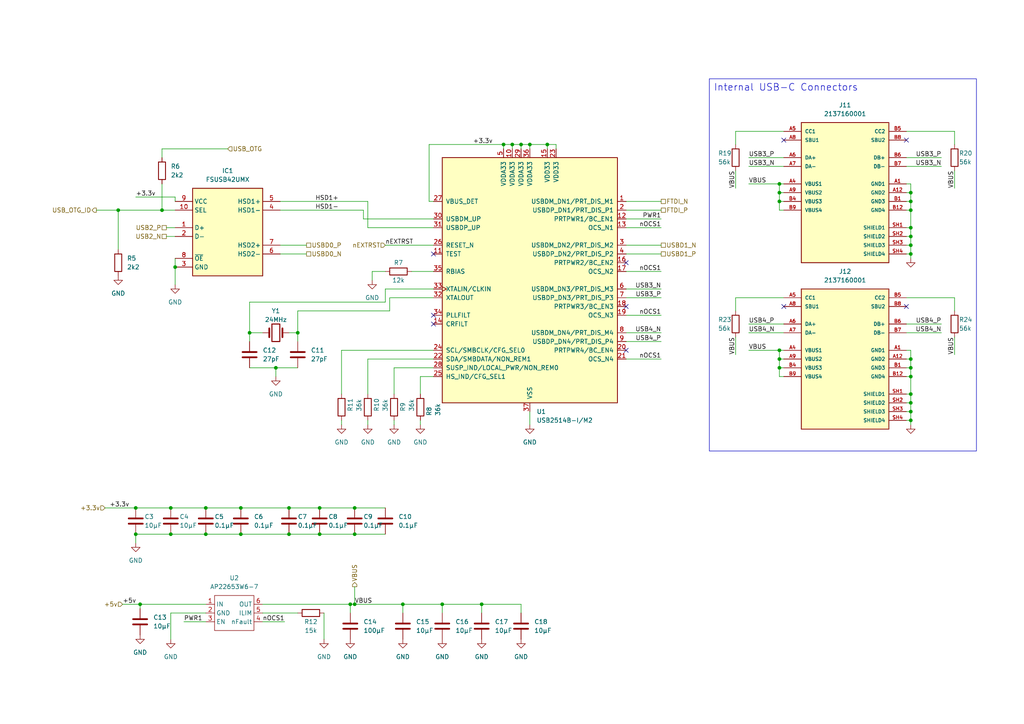
<source format=kicad_sch>
(kicad_sch (version 20230121) (generator eeschema)
  (paper "A4")
  (title_block (title "VERTECS CCB - USB Hub Implementation") (date "2024-09-11") (rev "1.4") (company "Kyushu Institute of Technology") (comment 1 "See CM4 IO board datasheet for reference") (comment 2 "USB C reference: https://hackaday.com/2023/08/07/all-about-usb-c-example-circuits/"))
  (lib_symbols
    (symbol "2137160001_1" (pin_names (offset 1.016))
      (property "Reference" "J" (at -12.7 20.9042 0))
      (property "Value" "2137160001" (at -12.7 -22.86 0))
      (symbol "2137160001_1_0_0"
        (rectangle (start -12.7 20.32) (end 12.7 -20.32) (stroke (width 0.254)) (fill (type background)))
        (pin power_in line (at 17.78 2.54 180) (length 5.08) (name "GND1") (number "A1"))
        (pin power_in line (at 17.78 0 180) (length 5.08) (name "GND2") (number "A12"))
        (pin power_in line (at -17.78 2.54 0) (length 5.08) (name "VBUS1") (number "A4"))
        (pin bidirectional line (at -17.78 17.78 0) (length 5.08) (name "CC1") (number "A5"))
        (pin bidirectional line (at -17.78 10.16 0) (length 5.08) (name "DA+") (number "A6"))
        (pin bidirectional line (at -17.78 7.62 0) (length 5.08) (name "DA-") (number "A7"))
        (pin bidirectional line (at -17.78 15.24 0) (length 5.08) (name "SBU1") (number "A8"))
        (pin power_in line (at -17.78 0 0) (length 5.08) (name "VBUS2") (number "A9"))
        (pin power_in line (at 17.78 -2.54 180) (length 5.08) (name "GND3") (number "B1"))
        (pin power_in line (at 17.78 -5.08 180) (length 5.08) (name "GND4") (number "B12"))
        (pin power_in line (at -17.78 -2.54 0) (length 5.08) (name "VBUS3") (number "B4"))
        (pin bidirectional line (at 17.78 17.78 180) (length 5.08) (name "CC2") (number "B5"))
        (pin bidirectional line (at 17.78 10.16 180) (length 5.08) (name "DB+") (number "B6"))
        (pin bidirectional line (at 17.78 7.62 180) (length 5.08) (name "DB-") (number "B7"))
        (pin bidirectional line (at 17.78 15.24 180) (length 5.08) (name "SBU2") (number "B8"))
        (pin power_in line (at -17.78 -5.08 0) (length 5.08) (name "VBUS4") (number "B9"))
        (pin passive line (at 17.78 -10.16 180) (length 5.08) (name "SHIELD1") (number "SH1"))
        (pin passive line (at 17.78 -12.7 180) (length 5.08) (name "SHIELD2") (number "SH2"))
        (pin passive line (at 17.78 -15.24 180) (length 5.08) (name "SHIELD3") (number "SH3"))
        (pin passive line (at 17.78 -17.78 180) (length 5.08) (name "SHIELD4") (number "SH4"))
      )
    )
    (symbol "Device:C" (pin_numbers hide) (pin_names (offset 0.254))
      (property "Reference" "C" (at 0.635 2.54 0))
      (property "Value" "C" (at 0.635 -2.54 0))
      (symbol "C_0_1"
        (polyline (pts (xy -2.032 -0.762) (xy 2.032 -0.762)) (stroke (width 0.508)))
        (polyline (pts (xy -2.032 0.762) (xy 2.032 0.762)) (stroke (width 0.508)))
      )
      (symbol "C_1_1"
        (pin passive line (at 0 3.81 270) (length 2.794) (name "~") (number "1"))
        (pin passive line (at 0 -3.81 90) (length 2.794) (name "~") (number "2"))
      )
    )
    (symbol "Device:Crystal" (pin_numbers hide) (pin_names (offset 1.016) hide)
      (property "Reference" "Y" (at 0 3.81 0))
      (property "Value" "Crystal" (at 0 -3.81 0))
      (symbol "Crystal_0_1"
        (rectangle (start -1.143 2.54) (end 1.143 -2.54) (stroke (width 0.3048)))
        (polyline (pts (xy -2.54 0) (xy -1.905 0)))
        (polyline (pts (xy -1.905 -1.27) (xy -1.905 1.27)) (stroke (width 0.508)))
        (polyline (pts (xy 1.905 -1.27) (xy 1.905 1.27)) (stroke (width 0.508)))
        (polyline (pts (xy 2.54 0) (xy 1.905 0)))
      )
      (symbol "Crystal_1_1"
        (pin passive line (at -3.81 0 0) (length 1.27) (name "1") (number "1"))
        (pin passive line (at 3.81 0 180) (length 1.27) (name "2") (number "2"))
      )
    )
    (symbol "Device:R" (pin_numbers hide) (pin_names (offset 0))
      (property "Reference" "R" (at 2.032 0 90))
      (property "Value" "R" (at 0 0 90))
      (symbol "R_0_1"
        (rectangle (start -1.016 -2.54) (end 1.016 2.54) (stroke (width 0.254)))
      )
      (symbol "R_1_1"
        (pin passive line (at 0 3.81 270) (length 1.27) (name "~") (number "1"))
        (pin passive line (at 0 -3.81 90) (length 1.27) (name "~") (number "2"))
      )
    )
    (symbol "Interface_USB:USB2514B_Bi" (pin_names (offset 1.016))
      (property "Reference" "U" (at -17.78 40.64 0))
      (property "Value" "USB2514B_Bi" (at -20.32 38.1 0))
      (symbol "USB2514B_Bi_0_1"
        (rectangle (start -25.4 35.56) (end 25.4 -35.56) (stroke (width 0.254)) (fill (type background)))
      )
      (symbol "USB2514B_Bi_1_1"
        (pin bidirectional line (at 27.94 22.86 180) (length 2.54) (name "USBDM_DN1/PRT_DIS_M1") (number "1"))
        (pin power_in line (at -5.08 38.1 270) (length 2.54) (name "VDDA33") (number "10"))
        (pin input line (at -27.94 7.62 0) (length 2.54) (name "TEST") (number "11"))
        (pin bidirectional line (at 27.94 17.78 180) (length 2.54) (name "PRTPWR1/BC_EN1") (number "12"))
        (pin input line (at 27.94 15.24 180) (length 2.54) (name "OCS_N1") (number "13"))
        (pin input line (at -27.94 -12.7 0) (length 2.54) (name "CRFILT") (number "14"))
        (pin power_in line (at 5.08 38.1 270) (length 2.54) (name "VDD33") (number "15"))
        (pin bidirectional line (at 27.94 5.08 180) (length 2.54) (name "PRTPWR2/BC_EN2") (number "16"))
        (pin input line (at 27.94 2.54 180) (length 2.54) (name "OCS_N2") (number "17"))
        (pin bidirectional line (at 27.94 -7.62 180) (length 2.54) (name "PRTPWR3/BC_EN3") (number "18"))
        (pin input line (at 27.94 -10.16 180) (length 2.54) (name "OCS_N3") (number "19"))
        (pin bidirectional line (at 27.94 20.32 180) (length 2.54) (name "USBDP_DN1/PRT_DIS_P1") (number "2"))
        (pin bidirectional line (at 27.94 -20.32 180) (length 2.54) (name "PRTPWR4/BC_EN4") (number "20"))
        (pin input line (at 27.94 -22.86 180) (length 2.54) (name "OCS_N4") (number "21"))
        (pin bidirectional line (at -27.94 -22.86 0) (length 2.54) (name "SDA/SMBDATA/NON_REM1") (number "22"))
        (pin power_in line (at 7.62 38.1 270) (length 2.54) (name "VDD33") (number "23"))
        (pin bidirectional line (at -27.94 -20.32 0) (length 2.54) (name "SCL/SMBCLK/CFG_SEL0") (number "24"))
        (pin bidirectional line (at -27.94 -27.94 0) (length 2.54) (name "HS_IND/CFG_SEL1") (number "25"))
        (pin input line (at -27.94 10.16 0) (length 2.54) (name "RESET_N") (number "26"))
        (pin input line (at -27.94 22.86 0) (length 2.54) (name "VBUS_DET") (number "27"))
        (pin bidirectional line (at -27.94 -25.4 0) (length 2.54) (name "SUSP_IND/LOCAL_PWR/NON_REM0") (number "28"))
        (pin power_in line (at -2.54 38.1 270) (length 2.54) (name "VDDA33") (number "29"))
        (pin bidirectional line (at 27.94 10.16 180) (length 2.54) (name "USBDM_DN2/PRT_DIS_M2") (number "3"))
        (pin bidirectional line (at -27.94 17.78 0) (length 2.54) (name "USBDM_UP") (number "30"))
        (pin bidirectional line (at -27.94 15.24 0) (length 2.54) (name "USBDP_UP") (number "31"))
        (pin output line (at -27.94 -5.08 0) (length 2.54) (name "XTALOUT") (number "32"))
        (pin input clock (at -27.94 -2.54 0) (length 2.54) (name "XTALIN/CLKIN") (number "33"))
        (pin input line (at -27.94 -10.16 0) (length 2.54) (name "PLLFILT") (number "34"))
        (pin input line (at -27.94 2.54 0) (length 2.54) (name "RBIAS") (number "35"))
        (pin power_in line (at 0 38.1 270) (length 2.54) (name "VDDA33") (number "36"))
        (pin power_in line (at 0 -38.1 90) (length 2.54) (name "VSS") (number "37"))
        (pin bidirectional line (at 27.94 7.62 180) (length 2.54) (name "USBDP_DN2/PRT_DIS_P2") (number "4"))
        (pin power_in line (at -7.62 38.1 270) (length 2.54) (name "VDDA33") (number "5"))
        (pin bidirectional line (at 27.94 -2.54 180) (length 2.54) (name "USBDM_DN3/PRT_DIS_M3") (number "6"))
        (pin bidirectional line (at 27.94 -5.08 180) (length 2.54) (name "USBDP_DN3/PRT_DIS_P3") (number "7"))
        (pin bidirectional line (at 27.94 -15.24 180) (length 2.54) (name "USBDM_DN4/PRT_DIS_M4") (number "8"))
        (pin bidirectional line (at 27.94 -17.78 180) (length 2.54) (name "USBDP_DN4/PRT_DIS_P4") (number "9"))
      )
    )
    (symbol "VERTECS_CCB_Library:AP22553W6"
      (property "Reference" "U" (at 3.81 -6.35 0))
      (property "Value" "AP22553W6" (at -3.81 -6.35 0))
      (symbol "AP22553W6_0_0"
        (pin power_in line (at -8.89 2.54 0) (length 2.54) (name "IN") (number "1"))
        (pin power_out line (at -8.89 0 0) (length 2.54) (name "GND") (number "2"))
        (pin input line (at -8.89 -2.54 0) (length 2.54) (name "EN") (number "3"))
        (pin open_collector line (at 7.62 -2.54 180) (length 2.54) (name "nFault") (number "4"))
        (pin passive line (at 7.62 0 180) (length 2.54) (name "ILIM") (number "5"))
        (pin power_out line (at 7.62 2.54 180) (length 2.54) (name "OUT") (number "6"))
      )
      (symbol "AP22553W6_0_1"
        (rectangle (start -6.35 5.08) (end 5.08 -5.08))
      )
    )
    (symbol "VERTECS_CCB_Library:FSUSB42UMX"
      (property "Reference" "IC" (at -6.35 15.24 0))
      (property "Value" "FSUSB42UMX" (at -6.35 12.7 0))
      (symbol "FSUSB42UMX_1_1"
        (rectangle (start -10.16 10.16) (end 10.16 -15.24) (stroke (width 0.254)) (fill (type background)))
        (pin passive line (at -15.24 -1.27 0) (length 5.08) (name "D+") (number "1"))
        (pin passive line (at -15.24 3.81 0) (length 5.08) (name "SEL") (number "10"))
        (pin passive line (at -15.24 -3.81 0) (length 5.08) (name "D-") (number "2"))
        (pin passive line (at -15.24 -12.7 0) (length 5.08) (name "GND") (number "3"))
        (pin passive line (at 15.24 3.81 180) (length 5.08) (name "HSD1-") (number "4"))
        (pin passive line (at 15.24 6.35 180) (length 5.08) (name "HSD1+") (number "5"))
        (pin passive line (at 15.24 -8.89 180) (length 5.08) (name "HSD2-") (number "6"))
        (pin passive line (at 15.24 -6.35 180) (length 5.08) (name "HSD2+") (number "7"))
        (pin passive line (at -15.24 -10.16 0) (length 5.08) (name "~{OE}") (number "8"))
        (pin passive line (at -15.24 6.35 0) (length 5.08) (name "VCC") (number "9"))
      )
    )
    (symbol "power:GND" (power) (pin_names (offset 0))
      (property "Value" "GND" (at 0 -3.81 0))
      (symbol "GND_0_1"
        (polyline (pts (xy 0 0) (xy 0 -1.27) (xy 1.27 -1.27) (xy 0 -2.54) (xy -1.27 -1.27) (xy 0 -1.27)))
      )
      (symbol "GND_1_1"
        (pin power_in line (at 0 0 270) (length 0) hide (name "GND") (number "1"))
      )
    )
  )
  (junction (at 264.16 119.38))
  (junction (at 264.16 58.42))
  (junction (at 102.87 175.26))
  (junction (at 92.71 154.94))
  (junction (at 34.29 60.96))
  (junction (at 39.37 154.94))
  (junction (at 46.99 60.96))
  (junction (at 226.06 53.34))
  (junction (at 264.16 104.14))
  (junction (at 264.16 55.88))
  (junction (at 80.01 106.68))
  (junction (at 158.75 41.91))
  (junction (at 264.16 71.12))
  (junction (at 226.06 58.42))
  (junction (at 83.82 154.94))
  (junction (at 264.16 66.04))
  (junction (at 264.16 116.84))
  (junction (at 116.84 175.26))
  (junction (at 83.82 147.32))
  (junction (at 39.37 147.32))
  (junction (at 146.05 41.91))
  (junction (at 264.16 106.68))
  (junction (at 226.06 104.14))
  (junction (at 92.71 147.32))
  (junction (at 264.16 60.96))
  (junction (at 101.6 175.26))
  (junction (at 264.16 68.58))
  (junction (at 226.06 101.6))
  (junction (at 226.06 106.68))
  (junction (at 139.7 175.26))
  (junction (at 226.06 55.88))
  (junction (at 50.8 77.47))
  (junction (at 59.69 154.94))
  (junction (at 69.85 147.32))
  (junction (at 40.64 175.26))
  (junction (at 69.85 154.94))
  (junction (at 264.16 121.92))
  (junction (at 264.16 114.3))
  (junction (at 102.87 154.94))
  (junction (at 49.53 154.94))
  (junction (at 148.59 41.91))
  (junction (at 86.36 96.52))
  (junction (at 264.16 73.66))
  (junction (at 128.27 175.26))
  (junction (at 153.67 41.91))
  (junction (at 49.53 147.32))
  (junction (at 151.13 41.91))
  (junction (at 59.69 147.32))
  (junction (at 264.16 109.22))
  (junction (at 72.39 96.52))
  (junction (at 102.87 147.32))
  (no_connect (at 125.73 93.98))
  (no_connect (at 262.89 40.64))
  (no_connect (at 262.89 88.9))
  (no_connect (at 125.73 73.66))
  (no_connect (at 227.33 40.64))
  (no_connect (at 227.33 88.9))
  (no_connect (at 181.61 76.2))
  (no_connect (at 181.61 88.9))
  (no_connect (at 125.73 91.44))
  (no_connect (at 181.61 101.6))
  (wire (pts (xy 151.13 41.91) (xy 151.13 43.18)))
  (wire (pts (xy 80.01 106.68) (xy 80.01 109.22)))
  (wire (pts (xy 72.39 96.52) (xy 72.39 99.06)))
  (wire (pts (xy 226.06 104.14) (xy 227.33 104.14)))
  (wire (pts (xy 181.61 99.06) (xy 191.77 99.06)))
  (wire (pts (xy 107.95 78.74) (xy 107.95 81.28)))
  (wire (pts (xy 148.59 41.91) (xy 146.05 41.91)))
  (wire (pts (xy 226.06 53.34) (xy 227.33 53.34)))
  (wire (pts (xy 276.86 49.53) (xy 276.86 54.61)))
  (wire (pts (xy 146.05 41.91) (xy 146.05 43.18)))
  (wire (pts (xy 81.28 60.96) (xy 105.41 60.96)))
  (wire (pts (xy 181.61 60.96) (xy 191.77 60.96)))
  (wire (pts (xy 46.99 53.34) (xy 46.99 60.96)))
  (wire (pts (xy 83.82 147.32) (xy 92.71 147.32)))
  (wire (pts (xy 125.73 101.6) (xy 99.06 101.6)))
  (wire (pts (xy 30.48 147.32) (xy 39.37 147.32)))
  (wire (pts (xy 148.59 41.91) (xy 148.59 43.18)))
  (wire (pts (xy 262.89 73.66) (xy 264.16 73.66)))
  (wire (pts (xy 121.92 121.92) (xy 121.92 123.19)))
  (wire (pts (xy 181.61 78.74) (xy 191.77 78.74)))
  (wire (pts (xy 153.67 41.91) (xy 151.13 41.91)))
  (wire (pts (xy 181.61 66.04) (xy 191.77 66.04)))
  (wire (pts (xy 262.89 109.22) (xy 264.16 109.22)))
  (wire (pts (xy 153.67 41.91) (xy 153.67 43.18)))
  (wire (pts (xy 139.7 175.26) (xy 139.7 177.8)))
  (wire (pts (xy 80.01 106.68) (xy 86.36 106.68)))
  (wire (pts (xy 40.64 175.26) (xy 40.64 176.53)))
  (wire (pts (xy 273.05 45.72) (xy 262.89 45.72)))
  (wire (pts (xy 86.36 90.17) (xy 86.36 96.52)))
  (wire (pts (xy 264.16 53.34) (xy 264.16 55.88)))
  (wire (pts (xy 105.41 60.96) (xy 105.41 63.5)))
  (wire (pts (xy 264.16 60.96) (xy 264.16 66.04)))
  (wire (pts (xy 50.8 74.93) (xy 50.8 77.47)))
  (wire (pts (xy 158.75 41.91) (xy 158.75 43.18)))
  (wire (pts (xy 49.53 147.32) (xy 59.69 147.32)))
  (wire (pts (xy 262.89 101.6) (xy 264.16 101.6)))
  (wire (pts (xy 48.26 68.58) (xy 50.8 68.58)))
  (wire (pts (xy 101.6 175.26) (xy 102.87 175.26)))
  (wire (pts (xy 99.06 101.6) (xy 99.06 114.3)))
  (wire (pts (xy 276.86 86.36) (xy 276.86 90.17)))
  (wire (pts (xy 213.36 38.1) (xy 227.33 38.1)))
  (wire (pts (xy 262.89 86.36) (xy 276.86 86.36)))
  (wire (pts (xy 49.53 177.8) (xy 49.53 185.42)))
  (wire (pts (xy 105.41 63.5) (xy 125.73 63.5)))
  (wire (pts (xy 226.06 104.14) (xy 226.06 106.68)))
  (wire (pts (xy 226.06 106.68) (xy 227.33 106.68)))
  (wire (pts (xy 151.13 175.26) (xy 151.13 177.8)))
  (wire (pts (xy 213.36 86.36) (xy 213.36 90.17)))
  (wire (pts (xy 50.8 58.42) (xy 50.8 57.15)))
  (wire (pts (xy 262.89 114.3) (xy 264.16 114.3)))
  (wire (pts (xy 92.71 147.32) (xy 102.87 147.32)))
  (wire (pts (xy 72.39 87.63) (xy 72.39 96.52)))
  (wire (pts (xy 59.69 177.8) (xy 49.53 177.8)))
  (wire (pts (xy 114.3 121.92) (xy 114.3 123.19)))
  (wire (pts (xy 46.99 60.96) (xy 50.8 60.96)))
  (wire (pts (xy 106.68 104.14) (xy 106.68 114.3)))
  (wire (pts (xy 53.34 180.34) (xy 59.69 180.34)))
  (wire (pts (xy 76.2 177.8) (xy 86.36 177.8)))
  (wire (pts (xy 46.99 43.18) (xy 66.04 43.18)))
  (wire (pts (xy 262.89 68.58) (xy 264.16 68.58)))
  (wire (pts (xy 264.16 106.68) (xy 264.16 109.22)))
  (wire (pts (xy 161.29 41.91) (xy 158.75 41.91)))
  (wire (pts (xy 83.82 154.94) (xy 92.71 154.94)))
  (wire (pts (xy 273.05 93.98) (xy 262.89 93.98)))
  (wire (pts (xy 119.38 78.74) (xy 125.73 78.74)))
  (wire (pts (xy 264.16 116.84) (xy 264.16 119.38)))
  (wire (pts (xy 181.61 63.5) (xy 191.77 63.5)))
  (wire (pts (xy 34.29 60.96) (xy 34.29 72.39)))
  (wire (pts (xy 35.56 175.26) (xy 40.64 175.26)))
  (wire (pts (xy 217.17 45.72) (xy 227.33 45.72)))
  (wire (pts (xy 34.29 60.96) (xy 46.99 60.96)))
  (wire (pts (xy 106.68 121.92) (xy 106.68 123.19)))
  (wire (pts (xy 158.75 41.91) (xy 153.67 41.91)))
  (wire (pts (xy 125.73 86.36) (xy 113.03 86.36)))
  (wire (pts (xy 106.68 66.04) (xy 125.73 66.04)))
  (wire (pts (xy 213.36 97.79) (xy 213.36 102.87)))
  (wire (pts (xy 111.76 78.74) (xy 107.95 78.74)))
  (wire (pts (xy 264.16 73.66) (xy 264.16 74.93)))
  (wire (pts (xy 81.28 73.66) (xy 88.9 73.66)))
  (wire (pts (xy 49.53 154.94) (xy 59.69 154.94)))
  (wire (pts (xy 181.61 91.44) (xy 191.77 91.44)))
  (wire (pts (xy 264.16 58.42) (xy 264.16 60.96)))
  (wire (pts (xy 262.89 104.14) (xy 264.16 104.14)))
  (wire (pts (xy 114.3 106.68) (xy 114.3 114.3)))
  (wire (pts (xy 226.06 109.22) (xy 227.33 109.22)))
  (wire (pts (xy 83.82 96.52) (xy 86.36 96.52)))
  (wire (pts (xy 81.28 58.42) (xy 106.68 58.42)))
  (wire (pts (xy 217.17 53.34) (xy 226.06 53.34)))
  (wire (pts (xy 226.06 55.88) (xy 226.06 58.42)))
  (wire (pts (xy 262.89 71.12) (xy 264.16 71.12)))
  (wire (pts (xy 264.16 55.88) (xy 264.16 58.42)))
  (wire (pts (xy 226.06 53.34) (xy 226.06 55.88)))
  (wire (pts (xy 101.6 175.26) (xy 101.6 177.8)))
  (wire (pts (xy 217.17 101.6) (xy 226.06 101.6)))
  (wire (pts (xy 121.92 109.22) (xy 121.92 114.3)))
  (wire (pts (xy 264.16 119.38) (xy 264.16 121.92)))
  (wire (pts (xy 264.16 104.14) (xy 264.16 106.68)))
  (wire (pts (xy 264.16 109.22) (xy 264.16 114.3)))
  (wire (pts (xy 128.27 175.26) (xy 139.7 175.26)))
  (wire (pts (xy 264.16 101.6) (xy 264.16 104.14)))
  (wire (pts (xy 39.37 154.94) (xy 39.37 157.48)))
  (wire (pts (xy 226.06 58.42) (xy 226.06 60.96)))
  (wire (pts (xy 181.61 96.52) (xy 191.77 96.52)))
  (wire (pts (xy 76.2 180.34) (xy 82.55 180.34)))
  (wire (pts (xy 226.06 101.6) (xy 226.06 104.14)))
  (wire (pts (xy 217.17 93.98) (xy 227.33 93.98)))
  (wire (pts (xy 264.16 68.58) (xy 264.16 71.12)))
  (wire (pts (xy 113.03 86.36) (xy 113.03 90.17)))
  (wire (pts (xy 213.36 86.36) (xy 227.33 86.36)))
  (wire (pts (xy 276.86 97.79) (xy 276.86 102.87)))
  (wire (pts (xy 93.98 177.8) (xy 93.98 185.42)))
  (wire (pts (xy 72.39 96.52) (xy 76.2 96.52)))
  (wire (pts (xy 111.76 87.63) (xy 72.39 87.63)))
  (wire (pts (xy 102.87 147.32) (xy 111.76 147.32)))
  (wire (pts (xy 262.89 116.84) (xy 264.16 116.84)))
  (wire (pts (xy 124.46 41.91) (xy 124.46 58.42)))
  (wire (pts (xy 86.36 96.52) (xy 86.36 99.06)))
  (wire (pts (xy 262.89 53.34) (xy 264.16 53.34)))
  (wire (pts (xy 125.73 83.82) (xy 111.76 83.82)))
  (wire (pts (xy 181.61 73.66) (xy 191.77 73.66)))
  (wire (pts (xy 76.2 175.26) (xy 101.6 175.26)))
  (wire (pts (xy 151.13 41.91) (xy 148.59 41.91)))
  (wire (pts (xy 111.76 83.82) (xy 111.76 87.63)))
  (wire (pts (xy 226.06 60.96) (xy 227.33 60.96)))
  (wire (pts (xy 146.05 41.91) (xy 124.46 41.91)))
  (wire (pts (xy 262.89 121.92) (xy 264.16 121.92)))
  (wire (pts (xy 139.7 175.26) (xy 151.13 175.26)))
  (wire (pts (xy 262.89 58.42) (xy 264.16 58.42)))
  (wire (pts (xy 50.8 77.47) (xy 50.8 82.55)))
  (wire (pts (xy 99.06 121.92) (xy 99.06 123.19)))
  (wire (pts (xy 72.39 106.68) (xy 80.01 106.68)))
  (wire (pts (xy 226.06 101.6) (xy 227.33 101.6)))
  (wire (pts (xy 181.61 83.82) (xy 191.77 83.82)))
  (wire (pts (xy 264.16 71.12) (xy 264.16 73.66)))
  (wire (pts (xy 264.16 121.92) (xy 264.16 123.19)))
  (wire (pts (xy 125.73 109.22) (xy 121.92 109.22)))
  (wire (pts (xy 181.61 86.36) (xy 191.77 86.36)))
  (wire (pts (xy 124.46 58.42) (xy 125.73 58.42)))
  (wire (pts (xy 273.05 48.26) (xy 262.89 48.26)))
  (wire (pts (xy 59.69 154.94) (xy 69.85 154.94)))
  (wire (pts (xy 262.89 38.1) (xy 276.86 38.1)))
  (wire (pts (xy 27.94 60.96) (xy 34.29 60.96)))
  (wire (pts (xy 213.36 49.53) (xy 213.36 54.61)))
  (wire (pts (xy 262.89 66.04) (xy 264.16 66.04)))
  (wire (pts (xy 262.89 55.88) (xy 264.16 55.88)))
  (wire (pts (xy 213.36 38.1) (xy 213.36 41.91)))
  (wire (pts (xy 153.67 119.38) (xy 153.67 123.19)))
  (wire (pts (xy 217.17 48.26) (xy 227.33 48.26)))
  (wire (pts (xy 102.87 154.94) (xy 111.76 154.94)))
  (wire (pts (xy 39.37 57.15) (xy 50.8 57.15)))
  (wire (pts (xy 39.37 154.94) (xy 49.53 154.94)))
  (wire (pts (xy 217.17 96.52) (xy 227.33 96.52)))
  (wire (pts (xy 39.37 147.32) (xy 49.53 147.32)))
  (wire (pts (xy 116.84 175.26) (xy 116.84 177.8)))
  (wire (pts (xy 273.05 96.52) (xy 262.89 96.52)))
  (wire (pts (xy 111.76 71.12) (xy 125.73 71.12)))
  (wire (pts (xy 102.87 175.26) (xy 116.84 175.26)))
  (wire (pts (xy 262.89 119.38) (xy 264.16 119.38)))
  (wire (pts (xy 81.28 71.12) (xy 88.9 71.12)))
  (wire (pts (xy 59.69 147.32) (xy 69.85 147.32)))
  (wire (pts (xy 69.85 147.32) (xy 83.82 147.32)))
  (wire (pts (xy 161.29 41.91) (xy 161.29 43.18)))
  (wire (pts (xy 181.61 58.42) (xy 191.77 58.42)))
  (wire (pts (xy 226.06 55.88) (xy 227.33 55.88)))
  (wire (pts (xy 264.16 114.3) (xy 264.16 116.84)))
  (wire (pts (xy 48.26 66.04) (xy 50.8 66.04)))
  (wire (pts (xy 226.06 106.68) (xy 226.06 109.22)))
  (wire (pts (xy 181.61 104.14) (xy 191.77 104.14)))
  (wire (pts (xy 113.03 90.17) (xy 86.36 90.17)))
  (wire (pts (xy 264.16 66.04) (xy 264.16 68.58)))
  (wire (pts (xy 69.85 154.94) (xy 83.82 154.94)))
  (wire (pts (xy 106.68 58.42) (xy 106.68 66.04)))
  (wire (pts (xy 125.73 106.68) (xy 114.3 106.68)))
  (wire (pts (xy 125.73 104.14) (xy 106.68 104.14)))
  (wire (pts (xy 276.86 38.1) (xy 276.86 41.91)))
  (wire (pts (xy 92.71 154.94) (xy 102.87 154.94)))
  (wire (pts (xy 262.89 60.96) (xy 264.16 60.96)))
  (wire (pts (xy 262.89 106.68) (xy 264.16 106.68)))
  (wire (pts (xy 116.84 175.26) (xy 128.27 175.26)))
  (wire (pts (xy 40.64 175.26) (xy 59.69 175.26)))
  (wire (pts (xy 181.61 71.12) (xy 191.77 71.12)))
  (wire (pts (xy 46.99 43.18) (xy 46.99 45.72)))
  (wire (pts (xy 128.27 175.26) (xy 128.27 177.8)))
  (wire (pts (xy 226.06 58.42) (xy 227.33 58.42)))
  (wire (pts (xy 102.87 170.18) (xy 102.87 175.26)))
  (rectangle (start 205.74 22.86) (end 283.21 130.81))
  (text "Internal USB-C Connectors" (at 207.01 26.67 0) (effects (font (size 2 2)) (justify left bottom)))
  (label "USB3_P" (at 273.05 45.72 180))
  (label "VBUS" (at 102.87 175.26 0))
  (label "USB4_P" (at 217.17 93.98 0))
  (label "nOCS1" (at 191.77 78.74 180))
  (label "USB3_P" (at 191.77 86.36 180))
  (label "PWR1" (at 53.34 180.34 0))
  (label "nOCS1" (at 191.77 91.44 180))
  (label "HSD1-" (at 91.44 60.96 0))
  (label "+3.3v" (at 31.75 147.32 0))
  (label "USB3_P" (at 217.17 45.72 0))
  (label "USB3_N" (at 191.77 83.82 180))
  (label "+5v" (at 35.56 175.26 0))
  (label "nEXTRST" (at 111.76 71.12 0))
  (label "USB4_P" (at 191.77 99.06 180))
  (label "nOCS1" (at 82.55 180.34 180))
  (label "HSD1+" (at 91.44 58.42 0))
  (label "PWR1" (at 191.77 63.5 180))
  (label "VBUS" (at 276.86 102.87 90))
  (label "USB3_N" (at 273.05 48.26 180))
  (label "VBUS" (at 213.36 102.87 90))
  (label "+3.3v" (at 39.37 57.15 0))
  (label "USB4_N" (at 273.05 96.52 180))
  (label "USB4_P" (at 273.05 93.98 180))
  (label "VBUS" (at 217.17 53.34 0))
  (label "USB4_N" (at 191.77 96.52 180))
  (label "VBUS" (at 276.86 54.61 90))
  (label "VBUS" (at 213.36 54.61 90))
  (label "USB3_N" (at 217.17 48.26 0))
  (label "+3.3v" (at 137.16 41.91 0))
  (label "nOCS1" (at 191.77 104.14 180))
  (label "VBUS" (at 217.17 101.6 0))
  (label "USB4_N" (at 217.17 96.52 0))
  (label "nOCS1" (at 191.77 66.04 180))
  (hierarchical_label "+3.3v" (shape input) (at 30.48 147.32 180))
  (hierarchical_label "+5v" (shape input) (at 35.56 175.26 180))
  (hierarchical_label "USB_OTG_ID" (shape output) (at 27.94 60.96 180))
  (hierarchical_label "USBD1_P" (shape passive) (at 191.77 73.66 0))
  (hierarchical_label "USB2_P" (shape passive) (at 48.26 66.04 180))
  (hierarchical_label "USB_OTG" (shape input) (at 66.04 43.18 0))
  (hierarchical_label "USBD1_N" (shape passive) (at 191.77 71.12 0))
  (hierarchical_label "nEXTRST" (shape input) (at 111.76 71.12 180))
  (hierarchical_label "USB2_N" (shape passive) (at 48.26 68.58 180))
  (hierarchical_label "FTDI_N" (shape passive) (at 191.77 58.42 0))
  (hierarchical_label "USBD0_P" (shape passive) (at 88.9 71.12 0))
  (hierarchical_label "USBD0_N" (shape passive) (at 88.9 73.66 0))
  (hierarchical_label "FTDI_P" (shape passive) (at 191.77 60.96 0))
  (hierarchical_label "VBUS" (shape output) (at 102.87 170.18 90))
  (symbol (lib_id "Device:R") (at 34.29 76.2 0) (unit 1)
    (property "Reference" "R5" (at 36.83 74.93 0) (effects (justify left)))
    (property "Value" "2k2" (at 36.83 77.47 0) (effects (justify left)))
    (property "Footprint" "Resistor_SMD:R_0402_1005Metric" (effects hide))
    (property "Manufacturer_Name" "KOA" (effects hide))
    (property "Manufacturer_Part_Number" "RK73H1ETTP2201F" (effects hide))
    (instances (project "VERTECS_CCB_A" (path "" (reference "R5") (unit 1)) (path "" (reference "R21") (unit 1))))
  )
  (symbol (lib_id "power:GND") (at 99.06 123.19 0) (unit 1)
    (property "Reference" "#PWR017" (effects hide))
    (property "Value" "GND" (at 99.06 128.27 0))
    (instances (project "VERTECS_CCB_A" (path "" (reference "#PWR017") (unit 1)) (path "" (reference "#PWR034") (unit 1))))
  )
  (symbol (lib_id "Device:C") (at 59.69 151.13 0) (unit 1)
    (property "Reference" "C5" (at 62.23 149.86 0) (effects (justify left)))
    (property "Value" "0.1µF" (at 62.23 152.4 0) (effects (justify left)))
    (property "Footprint" "Resistor_SMD:R_0402_1005Metric" (effects hide))
    (property "Manufacturer_Name" "MURATA" (effects hide))
    (property "Manufacturer_Part_Number" "GRM155B11A104K" (effects hide))
    (instances (project "VERTECS_CCB_A" (path "" (reference "C5") (unit 1)) (path "" (reference "C12") (unit 1))))
  )
  (symbol (lib_id "power:GND") (at 151.13 185.42 0) (unit 1)
    (property "Reference" "#PWR025" (effects hide))
    (property "Value" "GND" (at 151.13 190.5 0))
    (instances (project "VERTECS_CCB_A" (path "" (reference "#PWR025") (unit 1)) (path "" (reference "#PWR049") (unit 1))))
  )
  (symbol (lib_id "power:GND") (at 121.92 123.19 0) (unit 1)
    (property "Reference" "#PWR014" (effects hide))
    (property "Value" "GND" (at 121.92 128.27 0))
    (instances (project "VERTECS_CCB_A" (path "" (reference "#PWR014") (unit 1)) (path "" (reference "#PWR037") (unit 1))))
  )
  (symbol (lib_id "power:GND") (at 128.27 185.42 0) (unit 1)
    (property "Reference" "#PWR023" (effects hide))
    (property "Value" "GND" (at 128.27 190.5 0))
    (instances (project "VERTECS_CCB_A" (path "" (reference "#PWR023") (unit 1)) (path "" (reference "#PWR047") (unit 1))))
  )
  (symbol (lib_id "Device:C") (at 39.37 151.13 0) (unit 1)
    (property "Reference" "C3" (at 41.91 149.86 0) (effects (justify left)))
    (property "Value" "10µF" (at 41.91 152.4 0) (effects (justify left)))
    (property "Footprint" "Resistor_SMD:R_0402_1005Metric" (effects hide))
    (property "Datasheet" "https://www.mouser.com/datasheet/2/281/1/GRM155R61A106ME11_01A-1983731.pdf" (effects hide))
    (property "Manufacturer_Name" "MURATA" (effects hide))
    (property "Manufacturer_Part_Number" "GRM155R61A106M" (effects hide))
    (property "Mouser Part Number" "81-GRM155R61A106ME1D" (effects hide))
    (property "Mouser Price/Stock" "https://www.mouser.com/ProductDetail/Murata-Electronics/GRM155R61A106ME11D?qs=xZ%2FP%252Ba9zWqZMJSi57Q8OyA%3D%3D" (effects hide))
    (instances (project "VERTECS_CCB_A" (path "" (reference "C3") (unit 1)) (path "" (reference "C10") (unit 1))))
  )
  (symbol (lib_id "Device:R") (at 276.86 45.72 0) (unit 1)
    (property "Reference" "R20" (at 278.13 44.45 0) (effects (justify left)))
    (property "Value" "56k" (at 278.13 46.99 0) (effects (justify left)))
    (property "Footprint" "Resistor_SMD:R_0402_1005Metric" (effects hide))
    (property "Manufacturer_Name" "KOA" (effects hide))
    (property "Manufacturer_Part_Number" "RK73H1ETTP5602F" (effects hide))
  )
  (symbol (lib_id "Device:C") (at 49.53 151.13 0) (unit 1)
    (property "Reference" "C4" (at 52.07 149.86 0) (effects (justify left)))
    (property "Value" "10µF" (at 52.07 152.4 0) (effects (justify left)))
    (property "Footprint" "Resistor_SMD:R_0402_1005Metric" (effects hide))
    (property "Datasheet" "https://www.mouser.com/datasheet/2/281/1/GRM155R61A106ME11_01A-1983731.pdf" (effects hide))
    (property "Manufacturer_Name" "MURATA" (effects hide))
    (property "Manufacturer_Part_Number" "GRM155R61A106M" (effects hide))
    (property "Mouser Part Number" "81-GRM155R61A106ME1D" (effects hide))
    (property "Mouser Price/Stock" "https://www.mouser.com/ProductDetail/Murata-Electronics/GRM155R61A106ME11D?qs=xZ%2FP%252Ba9zWqZMJSi57Q8OyA%3D%3D" (effects hide))
    (instances (project "VERTECS_CCB_A" (path "" (reference "C4") (unit 1)) (path "" (reference "C11") (unit 1))))
  )
  (symbol (lib_id "Device:Crystal") (at 80.01 96.52 0) (unit 1)
    (property "Reference" "Y1" (at 80.01 90.17 0))
    (property "Value" "24MHz" (at 80.01 92.71 0))
    (property "Footprint" "Crystal:Crystal_SMD_0603-2Pin_6.0x3.5mm" (effects hide))
    (property "Datasheet" "https://www.mouser.com/datasheet/2/122/ecx_64a_ecx_64cr-6514.pdf" (effects hide))
    (property "Manufacturer_Name" "ECS" (effects hide))
    (property "Manufacturer_Part_Number" "ECS-240-18-23A-EN-TR" (effects hide))
    (property "Mouser Part Number" "520-240-18-23A-EN" (effects hide))
    (property "Mouser Price/Stock" "https://www.mouser.com/ProductDetail/ECS/ECS-240-18-23A-EN-TR?qs=fnYUjNMxfVApJMCB91NAig%3D%3D" (effects hide))
  )
  (symbol (lib_id "Device:C") (at 102.87 151.13 0) (unit 1)
    (property "Reference" "C9" (at 105.41 149.86 0) (effects (justify left)))
    (property "Value" "0.1µF" (at 105.41 152.4 0) (effects (justify left)))
    (property "Footprint" "Resistor_SMD:R_0402_1005Metric" (effects hide))
    (property "Manufacturer_Name" "MURATA" (effects hide))
    (property "Manufacturer_Part_Number" "GRM155B11A104K" (effects hide))
    (instances (project "VERTECS_CCB_A" (path "" (reference "C9") (unit 1)) (path "" (reference "C16") (unit 1))))
  )
  (symbol (lib_id "power:GND") (at 40.64 184.15 0) (unit 1)
    (property "Reference" "#PWR019" (effects hide))
    (property "Value" "GND" (at 40.64 189.23 0))
    (instances (project "VERTECS_CCB_A" (path "" (reference "#PWR019") (unit 1)) (path "" (reference "#PWR042") (unit 1))))
  )
  (symbol (lib_id "power:GND") (at 139.7 185.42 0) (unit 1)
    (property "Reference" "#PWR024" (effects hide))
    (property "Value" "GND" (at 139.7 190.5 0))
    (instances (project "VERTECS_CCB_A" (path "" (reference "#PWR024") (unit 1)) (path "" (reference "#PWR048") (unit 1))))
  )
  (symbol (lib_id "power:GND") (at 50.8 82.55 0) (unit 1)
    (property "Reference" "#PWR08" (effects hide))
    (property "Value" "GND" (at 50.8 87.63 0))
    (instances (project "VERTECS_CCB_A" (path "" (reference "#PWR08") (unit 1)) (path "" (reference "#PWR032") (unit 1))))
  )
  (symbol (lib_id "VERTECS_CCB_Library:AP22553W6") (at 68.58 177.8 0) (unit 1)
    (property "Reference" "U2" (at 67.945 167.64 0))
    (property "Value" "AP22653W6-7" (at 67.945 170.18 0))
    (property "Footprint" "Package_TO_SOT_SMD:SOT-23-6" (effects hide))
    (property "Datasheet" "https://www.mouser.jp/datasheet/2/115/DIOD_S_A0010880137_1-2543666.pdf" (effects hide))
    (property "Manufacturer_Part_Number" "AP22653W6-7" (effects hide))
    (property "Manufacturer_Name" "Diodes Incorporated" (effects hide))
    (property "Mouser Part Number" "621-AP22653W6-7" (effects hide))
    (property "Mouser Price/Stock" "https://www.mouser.jp/ProductDetail/Diodes-Incorporated/AP22653W6-7?qs=rkhjVJ6%2F3ELFrpB7eThLLg%3D%3D&gclid=CjwKCAjwyNSoBhA9EiwA5aYlb_lmroNGFQMEXaQFdwgLfxULfaiMkSC6EmIoMEtMNjllGI3brdtnvRoCwxoQAvD_BwE" (effects hide))
    (instances (project "VERTECS_CCB_A" (path "" (reference "U2") (unit 1)) (path "" (reference "U4") (unit 1))))
  )
  (symbol (lib_name "2137160001_1") (lib_id "VERTECS_CCB_Library:2137160001") (at 245.11 104.14 0) (unit 1)
    (property "Reference" "J12" (at 245.11 78.74 0))
    (property "Value" "2137160001" (at 245.11 81.28 0))
    (property "Footprint" "VERTECS_CCB_Library:MOLEX_2137160001" (effects hide))
  )
  (symbol (lib_id "Device:C") (at 86.36 102.87 0) (unit 1)
    (property "Reference" "C11" (at 90.17 101.6 0) (effects (justify left)))
    (property "Value" "27pF" (at 90.17 104.14 0) (effects (justify left)))
    (property "Footprint" "Resistor_SMD:R_0402_1005Metric" (effects hide))
    (property "Manufacturer_Name" "MURATA" (effects hide))
    (property "Manufacturer_Part_Number" "GRM1552C1H270J" (effects hide))
    (instances (project "VERTECS_CCB_A" (path "" (reference "C11") (unit 1)) (path "" (reference "C9") (unit 1))))
  )
  (symbol (lib_id "power:GND") (at 264.16 74.93 0) (unit 1)
    (property "Reference" "#PWR0112" (effects hide))
    (property "Value" "GND" (effects hide))
  )
  (symbol (lib_id "Device:R") (at 121.92 118.11 0) (unit 1)
    (property "Reference" "R8" (at 124.46 120.65 90) (effects (justify left)))
    (property "Value" "36k" (at 127 120.65 90) (effects (justify left)))
    (property "Footprint" "Resistor_SMD:R_0402_1005Metric" (effects hide))
    (property "Manufacturer_Name" "KOA" (effects hide))
    (property "Manufacturer_Part_Number" "RK73H1ETTP3602F" (effects hide))
    (instances (project "VERTECS_CCB_A" (path "" (reference "R8") (unit 1)) (path "" (reference "R28") (unit 1))))
  )
  (symbol (lib_id "Device:C") (at 111.76 151.13 0) (unit 1)
    (property "Reference" "C10" (at 115.57 149.86 0) (effects (justify left)))
    (property "Value" "0.1µF" (at 115.57 152.4 0) (effects (justify left)))
    (property "Footprint" "Resistor_SMD:R_0402_1005Metric" (effects hide))
    (property "Manufacturer_Name" "MURATA" (effects hide))
    (property "Manufacturer_Part_Number" "GRM155B11A104K" (effects hide))
    (instances (project "VERTECS_CCB_A" (path "" (reference "C10") (unit 1)) (path "" (reference "C17") (unit 1))))
  )
  (symbol (lib_id "Device:C") (at 69.85 151.13 0) (unit 1)
    (property "Reference" "C6" (at 73.66 149.86 0) (effects (justify left)))
    (property "Value" "0.1µF" (at 73.66 152.4 0) (effects (justify left)))
    (property "Footprint" "Resistor_SMD:R_0402_1005Metric" (effects hide))
    (property "Manufacturer_Name" "MURATA" (effects hide))
    (property "Manufacturer_Part_Number" "GRM155B11A104K" (effects hide))
    (instances (project "VERTECS_CCB_A" (path "" (reference "C6") (unit 1)) (path "" (reference "C13") (unit 1))))
  )
  (symbol (lib_id "power:GND") (at 93.98 185.42 0) (unit 1)
    (property "Reference" "#PWR020" (effects hide))
    (property "Value" "GND" (at 93.98 190.5 0))
    (instances (project "VERTECS_CCB_A" (path "" (reference "#PWR020") (unit 1)) (path "" (reference "#PWR044") (unit 1))))
  )
  (symbol (lib_id "Device:R") (at 99.06 118.11 0) (unit 1)
    (property "Reference" "R11" (at 101.6 119.38 90) (effects (justify left)))
    (property "Value" "36k" (at 104.14 119.38 90) (effects (justify left)))
    (property "Footprint" "Resistor_SMD:R_0402_1005Metric" (effects hide))
    (property "Manufacturer_Name" "KOA" (effects hide))
    (property "Manufacturer_Part_Number" "RK73H1ETTP3602F" (effects hide))
    (instances (project "VERTECS_CCB_A" (path "" (reference "R11") (unit 1)) (path "" (reference "R25") (unit 1))))
  )
  (symbol (lib_id "power:GND") (at 153.67 123.19 0) (unit 1)
    (property "Reference" "#PWR011" (effects hide))
    (property "Value" "GND" (at 153.67 128.27 0))
    (instances (project "VERTECS_CCB_A" (path "" (reference "#PWR011") (unit 1)) (path "" (reference "#PWR038") (unit 1))))
  )
  (symbol (lib_id "power:GND") (at 39.37 157.48 0) (unit 1)
    (property "Reference" "#PWR010" (effects hide))
    (property "Value" "GND" (at 39.37 162.56 0))
    (instances (project "VERTECS_CCB_A" (path "" (reference "#PWR010") (unit 1)) (path "" (reference "#PWR041") (unit 1))))
  )
  (symbol (lib_id "Device:C") (at 92.71 151.13 0) (unit 1)
    (property "Reference" "C8" (at 95.25 149.86 0) (effects (justify left)))
    (property "Value" "0.1µF" (at 95.25 152.4 0) (effects (justify left)))
    (property "Footprint" "Resistor_SMD:R_0402_1005Metric" (effects hide))
    (property "Manufacturer_Name" "MURATA" (effects hide))
    (property "Manufacturer_Part_Number" "GRM155B11A104K" (effects hide))
    (instances (project "VERTECS_CCB_A" (path "" (reference "C8") (unit 1)) (path "" (reference "C15") (unit 1))))
  )
  (symbol (lib_id "Device:C") (at 151.13 181.61 0) (unit 1)
    (property "Reference" "C18" (at 154.94 180.34 0) (effects (justify left)))
    (property "Value" "10µF" (at 154.94 182.88 0) (effects (justify left)))
    (property "Footprint" "Resistor_SMD:R_0402_1005Metric" (effects hide))
    (property "Datasheet" "https://www.mouser.com/datasheet/2/281/1/GRM155R61A106ME11_01A-1983731.pdf" (effects hide))
    (property "Manufacturer_Name" "MURATA" (effects hide))
    (property "Manufacturer_Part_Number" "GRM155R61A106M" (effects hide))
    (property "Mouser Part Number" "81-GRM155R61A106ME1D" (effects hide))
    (property "Mouser Price/Stock" "https://www.mouser.com/ProductDetail/Murata-Electronics/GRM155R61A106ME11D?qs=xZ%2FP%252Ba9zWqZMJSi57Q8OyA%3D%3D" (effects hide))
    (instances (project "VERTECS_CCB_A" (path "" (reference "C18") (unit 1)) (path "" (reference "C23") (unit 1))))
  )
  (symbol (lib_id "Device:R") (at 213.36 93.98 0) (unit 1)
    (property "Reference" "R23" (at 208.28 92.71 0) (effects (justify left)))
    (property "Value" "56k" (at 208.28 95.25 0) (effects (justify left)))
    (property "Footprint" "Resistor_SMD:R_0402_1005Metric" (effects hide))
    (property "Manufacturer_Name" "KOA" (effects hide))
    (property "Manufacturer_Part_Number" "RK73H1ETTP5602F" (effects hide))
  )
  (symbol (lib_id "Device:C") (at 40.64 180.34 0) (unit 1)
    (property "Reference" "C13" (at 44.45 179.07 0) (effects (justify left)))
    (property "Value" "10µF" (at 44.45 181.61 0) (effects (justify left)))
    (property "Footprint" "Resistor_SMD:R_0402_1005Metric" (effects hide))
    (property "Datasheet" "https://www.mouser.com/datasheet/2/281/1/GRM155R61A106ME11_01A-1983731.pdf" (effects hide))
    (property "Manufacturer_Name" "MURATA" (effects hide))
    (property "Manufacturer_Part_Number" "GRM155R61A106M" (effects hide))
    (property "Mouser Part Number" "81-GRM155R61A106ME1D" (effects hide))
    (property "Mouser Price/Stock" "https://www.mouser.com/ProductDetail/Murata-Electronics/GRM155R61A106ME11D?qs=xZ%2FP%252Ba9zWqZMJSi57Q8OyA%3D%3D" (effects hide))
    (instances (project "VERTECS_CCB_A" (path "" (reference "C13") (unit 1)) (path "" (reference "C18") (unit 1))))
  )
  (symbol (lib_id "power:GND") (at 116.84 185.42 0) (unit 1)
    (property "Reference" "#PWR022" (effects hide))
    (property "Value" "GND" (at 116.84 190.5 0))
    (instances (project "VERTECS_CCB_A" (path "" (reference "#PWR022") (unit 1)) (path "" (reference "#PWR046") (unit 1))))
  )
  (symbol (lib_id "power:GND") (at 106.68 123.19 0) (unit 1)
    (property "Reference" "#PWR016" (effects hide))
    (property "Value" "GND" (at 106.68 128.27 0))
    (instances (project "VERTECS_CCB_A" (path "" (reference "#PWR016") (unit 1)) (path "" (reference "#PWR035") (unit 1))))
  )
  (symbol (lib_id "Device:R") (at 213.36 45.72 0) (unit 1)
    (property "Reference" "R19" (at 208.28 44.45 0) (effects (justify left)))
    (property "Value" "56k" (at 208.28 46.99 0) (effects (justify left)))
    (property "Footprint" "Resistor_SMD:R_0402_1005Metric" (effects hide))
    (property "Manufacturer_Name" "KOA" (effects hide))
    (property "Manufacturer_Part_Number" "RK73H1ETTP5602F" (effects hide))
  )
  (symbol (lib_id "Device:R") (at 90.17 177.8 90) (unit 1)
    (property "Reference" "R12" (at 90.17 180.34 90))
    (property "Value" "15k" (at 90.17 182.88 90))
    (property "Footprint" "Resistor_SMD:R_0402_1005Metric" (effects hide))
    (property "Manufacturer_Name" "KOA" (effects hide))
    (property "Manufacturer_Part_Number" "RK73H1ETTP1502F" (effects hide))
    (instances (project "VERTECS_CCB_A" (path "" (reference "R12") (unit 1)) (path "" (reference "R29") (unit 1))))
  )
  (symbol (lib_id "Device:C") (at 116.84 181.61 0) (unit 1)
    (property "Reference" "C15" (at 120.65 180.34 0) (effects (justify left)))
    (property "Value" "10µF" (at 120.65 182.88 0) (effects (justify left)))
    (property "Footprint" "Resistor_SMD:R_0402_1005Metric" (effects hide))
    (property "Datasheet" "https://www.mouser.com/datasheet/2/281/1/GRM155R61A106ME11_01A-1983731.pdf" (effects hide))
    (property "Manufacturer_Name" "MURATA" (effects hide))
    (property "Manufacturer_Part_Number" "GRM155R61A106M" (effects hide))
    (property "Mouser Part Number" "81-GRM155R61A106ME1D" (effects hide))
    (property "Mouser Price/Stock" "https://www.mouser.com/ProductDetail/Murata-Electronics/GRM155R61A106ME11D?qs=xZ%2FP%252Ba9zWqZMJSi57Q8OyA%3D%3D" (effects hide))
    (instances (project "VERTECS_CCB_A" (path "" (reference "C15") (unit 1)) (path "" (reference "C20") (unit 1))))
  )
  (symbol (lib_id "Device:C") (at 139.7 181.61 0) (unit 1)
    (property "Reference" "C17" (at 143.51 180.34 0) (effects (justify left)))
    (property "Value" "10µF" (at 143.51 182.88 0) (effects (justify left)))
    (property "Footprint" "Resistor_SMD:R_0402_1005Metric" (effects hide))
    (property "Datasheet" "https://www.mouser.com/datasheet/2/281/1/GRM155R61A106ME11_01A-1983731.pdf" (effects hide))
    (property "Manufacturer_Name" "MURATA" (effects hide))
    (property "Manufacturer_Part_Number" "GRM155R61A106M" (effects hide))
    (property "Mouser Part Number" "81-GRM155R61A106ME1D" (effects hide))
    (property "Mouser Price/Stock" "https://www.mouser.com/ProductDetail/Murata-Electronics/GRM155R61A106ME11D?qs=xZ%2FP%252Ba9zWqZMJSi57Q8OyA%3D%3D" (effects hide))
    (instances (project "VERTECS_CCB_A" (path "" (reference "C17") (unit 1)) (path "" (reference "C22") (unit 1))))
  )
  (symbol (lib_id "power:GND") (at 80.01 109.22 0) (unit 1)
    (property "Reference" "#PWR013" (effects hide))
    (property "Value" "GND" (at 80.01 114.3 0))
    (instances (project "VERTECS_CCB_A" (path "" (reference "#PWR013") (unit 1)) (path "" (reference "#PWR033") (unit 1))))
  )
  (symbol (lib_name "2137160001_1") (lib_id "VERTECS_CCB_Library:2137160001") (at 245.11 55.88 0) (unit 1)
    (property "Reference" "J11" (at 245.11 30.48 0))
    (property "Value" "2137160001" (at 245.11 33.02 0))
    (property "Footprint" "VERTECS_CCB_Library:MOLEX_2137160001" (effects hide))
  )
  (symbol (lib_id "Device:C") (at 83.82 151.13 0) (unit 1)
    (property "Reference" "C7" (at 86.36 149.86 0) (effects (justify left)))
    (property "Value" "0.1µF" (at 86.36 152.4 0) (effects (justify left)))
    (property "Footprint" "Resistor_SMD:R_0402_1005Metric" (effects hide))
    (property "Manufacturer_Name" "MURATA" (effects hide))
    (property "Manufacturer_Part_Number" "GRM155B11A104K" (effects hide))
    (instances (project "VERTECS_CCB_A" (path "" (reference "C7") (unit 1)) (path "" (reference "C14") (unit 1))))
  )
  (symbol (lib_id "Device:R") (at 276.86 93.98 0) (unit 1)
    (property "Reference" "R24" (at 278.13 92.71 0) (effects (justify left)))
    (property "Value" "56k" (at 278.13 95.25 0) (effects (justify left)))
    (property "Footprint" "Resistor_SMD:R_0402_1005Metric" (effects hide))
    (property "Manufacturer_Name" "KOA" (effects hide))
    (property "Manufacturer_Part_Number" "RK73H1ETTP5602F" (effects hide))
  )
  (symbol (lib_id "Device:C") (at 101.6 181.61 0) (unit 1)
    (property "Reference" "C14" (at 105.41 180.34 0) (effects (justify left)))
    (property "Value" "100µF" (at 105.41 182.88 0) (effects (justify left)))
    (property "Footprint" "Resistor_SMD:R_1206_3216Metric" (effects hide))
    (property "Datasheet" "https://www.mouser.com/datasheet/2/281/1/GRM31CR61A107MEA8_01A-1987899.pdf" (effects hide))
    (property "Manufacturer_Name" "MURATA" (effects hide))
    (property "Manufacturer_Part_Number" "GRM31CR61A107M" (effects hide))
    (property "Mouser Part Number" "81-GRM31CR61A107MA8L" (effects hide))
    (property "Mouser Price/Stock" "https://www.mouser.com/ProductDetail/Murata-Electronics/GRM31CR61A107MEA8L?qs=hd1VzrDQEGidurXiDTJOCg%3D%3D" (effects hide))
    (instances (project "VERTECS_CCB_A" (path "" (reference "C14") (unit 1)) (path "" (reference "C19") (unit 1))))
  )
  (symbol (lib_id "Device:R") (at 106.68 118.11 0) (unit 1)
    (property "Reference" "R10" (at 109.22 119.38 90) (effects (justify left)))
    (property "Value" "36k" (at 111.76 119.38 90) (effects (justify left)))
    (property "Footprint" "Resistor_SMD:R_0402_1005Metric" (effects hide))
    (property "Manufacturer_Name" "KOA" (effects hide))
    (property "Manufacturer_Part_Number" "RK73H1ETTP3602F" (effects hide))
    (instances (project "VERTECS_CCB_A" (path "" (reference "R10") (unit 1)) (path "" (reference "R26") (unit 1))))
  )
  (symbol (lib_id "power:GND") (at 101.6 185.42 0) (unit 1)
    (property "Reference" "#PWR021" (effects hide))
    (property "Value" "GND" (at 101.6 190.5 0))
    (instances (project "VERTECS_CCB_A" (path "" (reference "#PWR021") (unit 1)) (path "" (reference "#PWR045") (unit 1))))
  )
  (symbol (lib_id "power:GND") (at 107.95 81.28 0) (unit 1)
    (property "Reference" "#PWR012" (effects hide))
    (property "Value" "GND" (at 107.95 86.36 0))
    (instances (project "VERTECS_CCB_A" (path "" (reference "#PWR012") (unit 1)) (path "" (reference "#PWR031") (unit 1))))
  )
  (symbol (lib_id "power:GND") (at 49.53 185.42 0) (unit 1)
    (property "Reference" "#PWR018" (effects hide))
    (property "Value" "GND" (at 49.53 190.5 0))
    (instances (project "VERTECS_CCB_A" (path "" (reference "#PWR018") (unit 1)) (path "" (reference "#PWR043") (unit 1))))
  )
  (symbol (lib_id "power:GND") (at 34.29 80.01 0) (unit 1)
    (property "Reference" "#PWR09" (effects hide))
    (property "Value" "GND" (at 34.29 85.09 0))
    (instances (project "VERTECS_CCB_A" (path "" (reference "#PWR09") (unit 1)) (path "" (reference "#PWR030") (unit 1))))
  )
  (symbol (lib_id "Device:R") (at 114.3 118.11 0) (unit 1)
    (property "Reference" "R9" (at 116.84 119.38 90) (effects (justify left)))
    (property "Value" "36k" (at 119.38 119.38 90) (effects (justify left)))
    (property "Footprint" "Resistor_SMD:R_0402_1005Metric" (effects hide))
    (property "Manufacturer_Name" "KOA" (effects hide))
    (property "Manufacturer_Part_Number" "RK73H1ETTP3602F" (effects hide))
    (instances (project "VERTECS_CCB_A" (path "" (reference "R9") (unit 1)) (path "" (reference "R27") (unit 1))))
  )
  (symbol (lib_id "power:GND") (at 114.3 123.19 0) (unit 1)
    (property "Reference" "#PWR015" (effects hide))
    (property "Value" "GND" (at 114.3 128.27 0))
    (instances (project "VERTECS_CCB_A" (path "" (reference "#PWR015") (unit 1)) (path "" (reference "#PWR036") (unit 1))))
  )
  (symbol (lib_id "Device:C") (at 72.39 102.87 0) (unit 1)
    (property "Reference" "C12" (at 76.2 101.6 0) (effects (justify left)))
    (property "Value" "27pF" (at 76.2 104.14 0) (effects (justify left)))
    (property "Footprint" "Resistor_SMD:R_0402_1005Metric" (effects hide))
    (property "Manufacturer_Name" "MURATA" (effects hide))
    (property "Manufacturer_Part_Number" "GRM1552C1H270J" (effects hide))
    (instances (project "VERTECS_CCB_A" (path "" (reference "C12") (unit 1)) (path "" (reference "C8") (unit 1))))
  )
  (symbol (lib_id "VERTECS_CCB_Library:FSUSB42UMX") (at 66.04 64.77 0) (unit 1)
    (property "Reference" "IC1" (at 66.04 49.53 0))
    (property "Value" "FSUSB42UMX" (at 66.04 52.07 0))
    (property "Footprint" "Package_DFN_QFN:UQFN-10_1.4x1.8mm_P0.4mm" (effects hide))
    (property "Datasheet" "https://www.onsemi.com/pub/Collateral/FSUSB42-D.PDF" (effects hide))
    (property "Height" "0.55" (effects hide))
    (property "Mouser Part Number" "512-FSUSB42UMX" (effects hide))
    (property "Mouser Price/Stock" "https://www.mouser.com/ProductDetail/onsemi-Fairchild/FSUSB42UMX?qs=eJLAyKFqilUl3553fx9DLQ%3D%3D" (effects hide))
    (property "Manufacturer_Name" "onsemi" (effects hide))
    (property "Manufacturer_Part_Number" "FSUSB42UMX" (effects hide))
    (instances (project "VERTECS_CCB_A" (path "" (reference "IC1") (unit 1)) (path "" (reference "IC2") (unit 1))))
  )
  (symbol (lib_id "Device:C") (at 128.27 181.61 0) (unit 1)
    (property "Reference" "C16" (at 132.08 180.34 0) (effects (justify left)))
    (property "Value" "10µF" (at 132.08 182.88 0) (effects (justify left)))
    (property "Footprint" "Resistor_SMD:R_0402_1005Metric" (effects hide))
    (property "Datasheet" "https://www.mouser.com/datasheet/2/281/1/GRM155R61A106ME11_01A-1983731.pdf" (effects hide))
    (property "Manufacturer_Name" "MURATA" (effects hide))
    (property "Manufacturer_Part_Number" "GRM155R61A106M" (effects hide))
    (property "Mouser Part Number" "81-GRM155R61A106ME1D" (effects hide))
    (property "Mouser Price/Stock" "https://www.mouser.com/ProductDetail/Murata-Electronics/GRM155R61A106ME11D?qs=xZ%2FP%252Ba9zWqZMJSi57Q8OyA%3D%3D" (effects hide))
    (instances (project "VERTECS_CCB_A" (path "" (reference "C16") (unit 1)) (path "" (reference "C21") (unit 1))))
  )
  (symbol (lib_id "Interface_USB:USB2514B_Bi") (at 153.67 81.28 0) (unit 1)
    (property "Reference" "U1" (at 155.6259 119.38 0) (effects (justify left)))
    (property "Value" "USB2514B-I/M2" (at 155.6259 121.92 0) (effects (justify left)))
    (property "Footprint" "Package_DFN_QFN:QFN-36-1EP_6x6mm_P0.5mm_EP3.7x3.7mm" (effects hide))
    (property "Datasheet" "https://www.mouser.jp/datasheet/2/268/USB251xB_xBi_Data_Sheet_DS00001692D-2942423.pdf" (effects hide))
    (property "Manufacturer_Name" "Microchip Technology" (effects hide))
    (property "Manufacturer_Part_Number" "USB2514B-I/M2" (effects hide))
    (property "Mouser Part Number" "USB2514B-I/M2" (effects hide))
    (property "Mouser Price/Stock" "https://www.mouser.jp/ProductDetail/Microchip-Technology/USB2514B-I-M2?qs=uus7iwvxYD%252BYUekNs2mWlw%3D%3D" (effects hide))
    (instances (project "VERTECS_CCB_A" (path "" (reference "U1") (unit 1)) (path "" (reference "U3") (unit 1))))
  )
  (symbol (lib_id "power:GND") (at 264.16 123.19 0) (unit 1)
    (property "Reference" "#PWR029" (effects hide))
    (property "Value" "GND" (effects hide))
  )
  (symbol (lib_id "Device:R") (at 115.57 78.74 90) (unit 1)
    (property "Reference" "R7" (at 115.57 76.2 90))
    (property "Value" "12k" (at 115.57 81.28 90))
    (property "Footprint" "Resistor_SMD:R_0402_1005Metric" (effects hide))
    (property "Manufacturer_Name" "KOA" (effects hide))
    (property "Manufacturer_Part_Number" "RK73H1ETTP1202F" (effects hide))
    (instances (project "VERTECS_CCB_A" (path "" (reference "R7") (unit 1)) (path "" (reference "R22") (unit 1))))
  )
  (symbol (lib_id "Device:R") (at 46.99 49.53 0) (unit 1)
    (property "Reference" "R6" (at 49.53 48.26 0) (effects (justify left)))
    (property "Value" "2k2" (at 49.53 50.8 0) (effects (justify left)))
    (property "Footprint" "Resistor_SMD:R_0402_1005Metric" (effects hide))
    (property "Manufacturer_Name" "KOA" (effects hide))
    (property "Manufacturer_Part_Number" "RK73H1ETTP2201F" (effects hide))
    (instances (project "VERTECS_CCB_A" (path "" (reference "R6") (unit 1)) (path "" (reference "R18") (unit 1))))
  )
)
</source>
